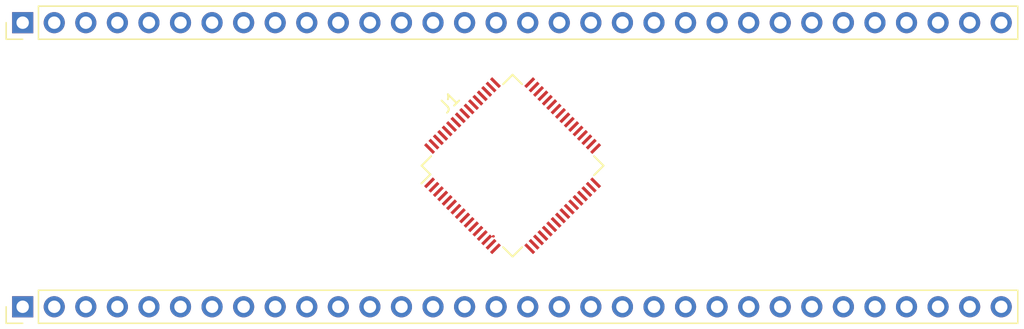
<source format=kicad_pcb>
(kicad_pcb (version 4) (host pcbnew 4.0.7)

  (general
    (links 64)
    (no_connects 64)
    (area 113.795799 76.78318 197.9722 109.144819)
    (thickness 1.6)
    (drawings 0)
    (tracks 5)
    (zones 0)
    (modules 3)
    (nets 65)
  )

  (page A4)
  (layers
    (0 F.Cu signal)
    (31 B.Cu signal)
    (32 B.Adhes user)
    (33 F.Adhes user)
    (34 B.Paste user)
    (35 F.Paste user)
    (36 B.SilkS user)
    (37 F.SilkS user)
    (38 B.Mask user)
    (39 F.Mask user)
    (40 Dwgs.User user)
    (41 Cmts.User user)
    (42 Eco1.User user)
    (43 Eco2.User user)
    (44 Edge.Cuts user)
    (45 Margin user)
    (46 B.CrtYd user)
    (47 F.CrtYd user)
    (48 B.Fab user)
    (49 F.Fab user)
  )

  (setup
    (last_trace_width 0.2032)
    (trace_clearance 0.2032)
    (zone_clearance 0.508)
    (zone_45_only no)
    (trace_min 0.2)
    (segment_width 0.2)
    (edge_width 0.15)
    (via_size 0.635)
    (via_drill 0.4064)
    (via_min_size 0.4)
    (via_min_drill 0.3)
    (uvia_size 0.3)
    (uvia_drill 0.1)
    (uvias_allowed no)
    (uvia_min_size 0.2)
    (uvia_min_drill 0.1)
    (pcb_text_width 0.3)
    (pcb_text_size 1.5 1.5)
    (mod_edge_width 0.15)
    (mod_text_size 1 1)
    (mod_text_width 0.15)
    (pad_size 1.524 1.524)
    (pad_drill 0.762)
    (pad_to_mask_clearance 0.2)
    (aux_axis_origin 0 0)
    (visible_elements 7FFFFFFF)
    (pcbplotparams
      (layerselection 0x00030_80000001)
      (usegerberextensions false)
      (excludeedgelayer true)
      (linewidth 0.100000)
      (plotframeref false)
      (viasonmask false)
      (mode 1)
      (useauxorigin false)
      (hpglpennumber 1)
      (hpglpenspeed 20)
      (hpglpendiameter 15)
      (hpglpenoverlay 2)
      (psnegative false)
      (psa4output false)
      (plotreference true)
      (plotvalue true)
      (plotinvisibletext false)
      (padsonsilk false)
      (subtractmaskfromsilk false)
      (outputformat 1)
      (mirror false)
      (drillshape 1)
      (scaleselection 1)
      (outputdirectory ""))
  )

  (net 0 "")
  (net 1 "Net-(J1-Pad1)")
  (net 2 "Net-(J1-Pad2)")
  (net 3 "Net-(J1-Pad3)")
  (net 4 "Net-(J1-Pad4)")
  (net 5 "Net-(J1-Pad5)")
  (net 6 "Net-(J1-Pad6)")
  (net 7 "Net-(J1-Pad7)")
  (net 8 "Net-(J1-Pad8)")
  (net 9 "Net-(J1-Pad9)")
  (net 10 "Net-(J1-Pad10)")
  (net 11 "Net-(J1-Pad11)")
  (net 12 "Net-(J1-Pad12)")
  (net 13 "Net-(J1-Pad13)")
  (net 14 "Net-(J1-Pad14)")
  (net 15 "Net-(J1-Pad15)")
  (net 16 "Net-(J1-Pad16)")
  (net 17 "Net-(J1-Pad17)")
  (net 18 "Net-(J1-Pad18)")
  (net 19 "Net-(J1-Pad19)")
  (net 20 "Net-(J1-Pad20)")
  (net 21 "Net-(J1-Pad21)")
  (net 22 "Net-(J1-Pad22)")
  (net 23 "Net-(J1-Pad23)")
  (net 24 "Net-(J1-Pad24)")
  (net 25 "Net-(J1-Pad25)")
  (net 26 "Net-(J1-Pad26)")
  (net 27 "Net-(J1-Pad27)")
  (net 28 "Net-(J1-Pad28)")
  (net 29 "Net-(J1-Pad29)")
  (net 30 "Net-(J1-Pad30)")
  (net 31 "Net-(J1-Pad31)")
  (net 32 "Net-(J1-Pad32)")
  (net 33 "Net-(J1-Pad33)")
  (net 34 "Net-(J1-Pad34)")
  (net 35 "Net-(J1-Pad35)")
  (net 36 "Net-(J1-Pad36)")
  (net 37 "Net-(J1-Pad37)")
  (net 38 "Net-(J1-Pad38)")
  (net 39 "Net-(J1-Pad39)")
  (net 40 "Net-(J1-Pad40)")
  (net 41 "Net-(J1-Pad41)")
  (net 42 "Net-(J1-Pad42)")
  (net 43 "Net-(J1-Pad43)")
  (net 44 "Net-(J1-Pad44)")
  (net 45 "Net-(J1-Pad45)")
  (net 46 "Net-(J1-Pad46)")
  (net 47 "Net-(J1-Pad47)")
  (net 48 "Net-(J1-Pad48)")
  (net 49 "Net-(J1-Pad49)")
  (net 50 "Net-(J1-Pad50)")
  (net 51 "Net-(J1-Pad51)")
  (net 52 "Net-(J1-Pad52)")
  (net 53 "Net-(J1-Pad53)")
  (net 54 "Net-(J1-Pad54)")
  (net 55 "Net-(J1-Pad55)")
  (net 56 "Net-(J1-Pad56)")
  (net 57 "Net-(J1-Pad57)")
  (net 58 "Net-(J1-Pad58)")
  (net 59 "Net-(J1-Pad59)")
  (net 60 "Net-(J1-Pad60)")
  (net 61 "Net-(J1-Pad61)")
  (net 62 "Net-(J1-Pad62)")
  (net 63 "Net-(J1-Pad63)")
  (net 64 "Net-(J1-Pad64)")

  (net_class Default "This is the default net class."
    (clearance 0.2032)
    (trace_width 0.2032)
    (via_dia 0.635)
    (via_drill 0.4064)
    (uvia_dia 0.3)
    (uvia_drill 0.1)
    (add_net "Net-(J1-Pad1)")
    (add_net "Net-(J1-Pad10)")
    (add_net "Net-(J1-Pad11)")
    (add_net "Net-(J1-Pad12)")
    (add_net "Net-(J1-Pad13)")
    (add_net "Net-(J1-Pad14)")
    (add_net "Net-(J1-Pad15)")
    (add_net "Net-(J1-Pad16)")
    (add_net "Net-(J1-Pad17)")
    (add_net "Net-(J1-Pad18)")
    (add_net "Net-(J1-Pad19)")
    (add_net "Net-(J1-Pad2)")
    (add_net "Net-(J1-Pad20)")
    (add_net "Net-(J1-Pad21)")
    (add_net "Net-(J1-Pad22)")
    (add_net "Net-(J1-Pad23)")
    (add_net "Net-(J1-Pad24)")
    (add_net "Net-(J1-Pad25)")
    (add_net "Net-(J1-Pad26)")
    (add_net "Net-(J1-Pad27)")
    (add_net "Net-(J1-Pad28)")
    (add_net "Net-(J1-Pad29)")
    (add_net "Net-(J1-Pad3)")
    (add_net "Net-(J1-Pad30)")
    (add_net "Net-(J1-Pad31)")
    (add_net "Net-(J1-Pad32)")
    (add_net "Net-(J1-Pad33)")
    (add_net "Net-(J1-Pad34)")
    (add_net "Net-(J1-Pad35)")
    (add_net "Net-(J1-Pad36)")
    (add_net "Net-(J1-Pad37)")
    (add_net "Net-(J1-Pad38)")
    (add_net "Net-(J1-Pad39)")
    (add_net "Net-(J1-Pad4)")
    (add_net "Net-(J1-Pad40)")
    (add_net "Net-(J1-Pad41)")
    (add_net "Net-(J1-Pad42)")
    (add_net "Net-(J1-Pad43)")
    (add_net "Net-(J1-Pad44)")
    (add_net "Net-(J1-Pad45)")
    (add_net "Net-(J1-Pad46)")
    (add_net "Net-(J1-Pad47)")
    (add_net "Net-(J1-Pad48)")
    (add_net "Net-(J1-Pad49)")
    (add_net "Net-(J1-Pad5)")
    (add_net "Net-(J1-Pad50)")
    (add_net "Net-(J1-Pad51)")
    (add_net "Net-(J1-Pad52)")
    (add_net "Net-(J1-Pad53)")
    (add_net "Net-(J1-Pad54)")
    (add_net "Net-(J1-Pad55)")
    (add_net "Net-(J1-Pad56)")
    (add_net "Net-(J1-Pad57)")
    (add_net "Net-(J1-Pad58)")
    (add_net "Net-(J1-Pad59)")
    (add_net "Net-(J1-Pad6)")
    (add_net "Net-(J1-Pad60)")
    (add_net "Net-(J1-Pad61)")
    (add_net "Net-(J1-Pad62)")
    (add_net "Net-(J1-Pad63)")
    (add_net "Net-(J1-Pad64)")
    (add_net "Net-(J1-Pad7)")
    (add_net "Net-(J1-Pad8)")
    (add_net "Net-(J1-Pad9)")
  )

  (module Housings_QFP:LQFP-64_10x10mm_Pitch0.5mm (layer F.Cu) (tedit 5A8F02EC) (tstamp 5A8F0261)
    (at 155.2448 93.0402 45)
    (descr "64 LEAD LQFP 10x10mm (see MICREL LQFP10x10-64LD-PL-1.pdf)")
    (tags "QFP 0.5")
    (path /5A8F006B)
    (attr smd)
    (fp_text reference J1 (at 0 -7.2 45) (layer F.SilkS)
      (effects (font (size 1 1) (thickness 0.15)))
    )
    (fp_text value Conn_02x32_Counter_Clockwise (at 0 7.2 45) (layer F.Fab) hide
      (effects (font (size 1 1) (thickness 0.15)))
    )
    (fp_text user %R (at 0.170625 -0.314309 45) (layer F.Fab) hide
      (effects (font (size 1 1) (thickness 0.15)))
    )
    (fp_line (start -4 -5) (end 5 -5) (layer F.Fab) (width 0.15))
    (fp_line (start 5 -5) (end 5 5) (layer F.Fab) (width 0.15))
    (fp_line (start 5 5) (end -5 5) (layer F.Fab) (width 0.15))
    (fp_line (start -5 5) (end -5 -4) (layer F.Fab) (width 0.15))
    (fp_line (start -5 -4) (end -4 -5) (layer F.Fab) (width 0.15))
    (fp_line (start -6.45 -6.45) (end -6.45 6.45) (layer F.CrtYd) (width 0.05))
    (fp_line (start 6.45 -6.45) (end 6.45 6.45) (layer F.CrtYd) (width 0.05))
    (fp_line (start -6.45 -6.45) (end 6.45 -6.45) (layer F.CrtYd) (width 0.05))
    (fp_line (start -6.45 6.45) (end 6.45 6.45) (layer F.CrtYd) (width 0.05))
    (fp_line (start -5.175 -5.175) (end -5.175 -4.175) (layer F.SilkS) (width 0.15))
    (fp_line (start 5.175 -5.175) (end 5.175 -4.1) (layer F.SilkS) (width 0.15))
    (fp_line (start 5.175 5.175) (end 5.175 4.1) (layer F.SilkS) (width 0.15))
    (fp_line (start -5.175 5.175) (end -5.175 4.1) (layer F.SilkS) (width 0.15))
    (fp_line (start -5.175 -5.175) (end -4.1 -5.175) (layer F.SilkS) (width 0.15))
    (fp_line (start -5.175 5.175) (end -4.1 5.175) (layer F.SilkS) (width 0.15))
    (fp_line (start 5.175 5.175) (end 4.1 5.175) (layer F.SilkS) (width 0.15))
    (fp_line (start 5.175 -5.175) (end 4.1 -5.175) (layer F.SilkS) (width 0.15))
    (fp_line (start -5.175 -4.175) (end -6.2 -4.175) (layer F.SilkS) (width 0.15))
    (pad 1 smd rect (at -5.7 -3.75 45) (size 1 0.25) (layers F.Cu F.Paste F.Mask)
      (net 1 "Net-(J1-Pad1)"))
    (pad 2 smd rect (at -5.7 -3.25 45) (size 1 0.25) (layers F.Cu F.Paste F.Mask)
      (net 2 "Net-(J1-Pad2)"))
    (pad 3 smd rect (at -5.7 -2.75 45) (size 1 0.25) (layers F.Cu F.Paste F.Mask)
      (net 3 "Net-(J1-Pad3)"))
    (pad 4 smd rect (at -5.7 -2.25 45) (size 1 0.25) (layers F.Cu F.Paste F.Mask)
      (net 4 "Net-(J1-Pad4)"))
    (pad 5 smd rect (at -5.7 -1.75 45) (size 1 0.25) (layers F.Cu F.Paste F.Mask)
      (net 5 "Net-(J1-Pad5)"))
    (pad 6 smd rect (at -5.7 -1.25 45) (size 1 0.25) (layers F.Cu F.Paste F.Mask)
      (net 6 "Net-(J1-Pad6)"))
    (pad 7 smd rect (at -5.7 -0.75 45) (size 1 0.25) (layers F.Cu F.Paste F.Mask)
      (net 7 "Net-(J1-Pad7)"))
    (pad 8 smd rect (at -5.7 -0.25 45) (size 1 0.25) (layers F.Cu F.Paste F.Mask)
      (net 8 "Net-(J1-Pad8)"))
    (pad 9 smd rect (at -5.7 0.25 45) (size 1 0.25) (layers F.Cu F.Paste F.Mask)
      (net 9 "Net-(J1-Pad9)"))
    (pad 10 smd rect (at -5.7 0.75 45) (size 1 0.25) (layers F.Cu F.Paste F.Mask)
      (net 10 "Net-(J1-Pad10)"))
    (pad 11 smd rect (at -5.7 1.25 45) (size 1 0.25) (layers F.Cu F.Paste F.Mask)
      (net 11 "Net-(J1-Pad11)"))
    (pad 12 smd rect (at -5.7 1.75 45) (size 1 0.25) (layers F.Cu F.Paste F.Mask)
      (net 12 "Net-(J1-Pad12)"))
    (pad 13 smd rect (at -5.7 2.25 45) (size 1 0.25) (layers F.Cu F.Paste F.Mask)
      (net 13 "Net-(J1-Pad13)"))
    (pad 14 smd rect (at -5.7 2.75 45) (size 1 0.25) (layers F.Cu F.Paste F.Mask)
      (net 14 "Net-(J1-Pad14)"))
    (pad 15 smd rect (at -5.7 3.25 45) (size 1 0.25) (layers F.Cu F.Paste F.Mask)
      (net 15 "Net-(J1-Pad15)"))
    (pad 16 smd rect (at -5.7 3.75 45) (size 1 0.25) (layers F.Cu F.Paste F.Mask)
      (net 16 "Net-(J1-Pad16)"))
    (pad 17 smd rect (at -3.75 5.7 135) (size 1 0.25) (layers F.Cu F.Paste F.Mask)
      (net 17 "Net-(J1-Pad17)"))
    (pad 18 smd rect (at -3.25 5.7 135) (size 1 0.25) (layers F.Cu F.Paste F.Mask)
      (net 18 "Net-(J1-Pad18)"))
    (pad 19 smd rect (at -2.75 5.7 135) (size 1 0.25) (layers F.Cu F.Paste F.Mask)
      (net 19 "Net-(J1-Pad19)"))
    (pad 20 smd rect (at -2.25 5.7 135) (size 1 0.25) (layers F.Cu F.Paste F.Mask)
      (net 20 "Net-(J1-Pad20)"))
    (pad 21 smd rect (at -1.75 5.7 135) (size 1 0.25) (layers F.Cu F.Paste F.Mask)
      (net 21 "Net-(J1-Pad21)"))
    (pad 22 smd rect (at -1.25 5.7 135) (size 1 0.25) (layers F.Cu F.Paste F.Mask)
      (net 22 "Net-(J1-Pad22)"))
    (pad 23 smd rect (at -0.75 5.7 135) (size 1 0.25) (layers F.Cu F.Paste F.Mask)
      (net 23 "Net-(J1-Pad23)"))
    (pad 24 smd rect (at -0.25 5.7 135) (size 1 0.25) (layers F.Cu F.Paste F.Mask)
      (net 24 "Net-(J1-Pad24)"))
    (pad 25 smd rect (at 0.25 5.7 135) (size 1 0.25) (layers F.Cu F.Paste F.Mask)
      (net 25 "Net-(J1-Pad25)"))
    (pad 26 smd rect (at 0.75 5.7 135) (size 1 0.25) (layers F.Cu F.Paste F.Mask)
      (net 26 "Net-(J1-Pad26)"))
    (pad 27 smd rect (at 1.25 5.7 135) (size 1 0.25) (layers F.Cu F.Paste F.Mask)
      (net 27 "Net-(J1-Pad27)"))
    (pad 28 smd rect (at 1.75 5.7 135) (size 1 0.25) (layers F.Cu F.Paste F.Mask)
      (net 28 "Net-(J1-Pad28)"))
    (pad 29 smd rect (at 2.25 5.7 135) (size 1 0.25) (layers F.Cu F.Paste F.Mask)
      (net 29 "Net-(J1-Pad29)"))
    (pad 30 smd rect (at 2.75 5.7 135) (size 1 0.25) (layers F.Cu F.Paste F.Mask)
      (net 30 "Net-(J1-Pad30)"))
    (pad 31 smd rect (at 3.25 5.7 135) (size 1 0.25) (layers F.Cu F.Paste F.Mask)
      (net 31 "Net-(J1-Pad31)"))
    (pad 32 smd rect (at 3.75 5.7 135) (size 1 0.25) (layers F.Cu F.Paste F.Mask)
      (net 32 "Net-(J1-Pad32)"))
    (pad 33 smd rect (at 5.7 3.75 45) (size 1 0.25) (layers F.Cu F.Paste F.Mask)
      (net 33 "Net-(J1-Pad33)"))
    (pad 34 smd rect (at 5.7 3.25 45) (size 1 0.25) (layers F.Cu F.Paste F.Mask)
      (net 34 "Net-(J1-Pad34)"))
    (pad 35 smd rect (at 5.7 2.75 45) (size 1 0.25) (layers F.Cu F.Paste F.Mask)
      (net 35 "Net-(J1-Pad35)"))
    (pad 36 smd rect (at 5.7 2.25 45) (size 1 0.25) (layers F.Cu F.Paste F.Mask)
      (net 36 "Net-(J1-Pad36)"))
    (pad 37 smd rect (at 5.7 1.75 45) (size 1 0.25) (layers F.Cu F.Paste F.Mask)
      (net 37 "Net-(J1-Pad37)"))
    (pad 38 smd rect (at 5.7 1.25 45) (size 1 0.25) (layers F.Cu F.Paste F.Mask)
      (net 38 "Net-(J1-Pad38)"))
    (pad 39 smd rect (at 5.7 0.75 45) (size 1 0.25) (layers F.Cu F.Paste F.Mask)
      (net 39 "Net-(J1-Pad39)"))
    (pad 40 smd rect (at 5.7 0.25 45) (size 1 0.25) (layers F.Cu F.Paste F.Mask)
      (net 40 "Net-(J1-Pad40)"))
    (pad 41 smd rect (at 5.7 -0.25 45) (size 1 0.25) (layers F.Cu F.Paste F.Mask)
      (net 41 "Net-(J1-Pad41)"))
    (pad 42 smd rect (at 5.7 -0.75 45) (size 1 0.25) (layers F.Cu F.Paste F.Mask)
      (net 42 "Net-(J1-Pad42)"))
    (pad 43 smd rect (at 5.7 -1.25 45) (size 1 0.25) (layers F.Cu F.Paste F.Mask)
      (net 43 "Net-(J1-Pad43)"))
    (pad 44 smd rect (at 5.7 -1.75 45) (size 1 0.25) (layers F.Cu F.Paste F.Mask)
      (net 44 "Net-(J1-Pad44)"))
    (pad 45 smd rect (at 5.7 -2.25 45) (size 1 0.25) (layers F.Cu F.Paste F.Mask)
      (net 45 "Net-(J1-Pad45)"))
    (pad 46 smd rect (at 5.7 -2.75 45) (size 1 0.25) (layers F.Cu F.Paste F.Mask)
      (net 46 "Net-(J1-Pad46)"))
    (pad 47 smd rect (at 5.7 -3.25 45) (size 1 0.25) (layers F.Cu F.Paste F.Mask)
      (net 47 "Net-(J1-Pad47)"))
    (pad 48 smd rect (at 5.7 -3.75 45) (size 1 0.25) (layers F.Cu F.Paste F.Mask)
      (net 48 "Net-(J1-Pad48)"))
    (pad 49 smd rect (at 3.75 -5.7 135) (size 1 0.25) (layers F.Cu F.Paste F.Mask)
      (net 49 "Net-(J1-Pad49)"))
    (pad 50 smd rect (at 3.25 -5.7 135) (size 1 0.25) (layers F.Cu F.Paste F.Mask)
      (net 50 "Net-(J1-Pad50)"))
    (pad 51 smd rect (at 2.75 -5.7 135) (size 1 0.25) (layers F.Cu F.Paste F.Mask)
      (net 51 "Net-(J1-Pad51)"))
    (pad 52 smd rect (at 2.25 -5.7 135) (size 1 0.25) (layers F.Cu F.Paste F.Mask)
      (net 52 "Net-(J1-Pad52)"))
    (pad 53 smd rect (at 1.75 -5.7 135) (size 1 0.25) (layers F.Cu F.Paste F.Mask)
      (net 53 "Net-(J1-Pad53)"))
    (pad 54 smd rect (at 1.25 -5.7 135) (size 1 0.25) (layers F.Cu F.Paste F.Mask)
      (net 54 "Net-(J1-Pad54)"))
    (pad 55 smd rect (at 0.75 -5.7 135) (size 1 0.25) (layers F.Cu F.Paste F.Mask)
      (net 55 "Net-(J1-Pad55)"))
    (pad 56 smd rect (at 0.25 -5.7 135) (size 1 0.25) (layers F.Cu F.Paste F.Mask)
      (net 56 "Net-(J1-Pad56)"))
    (pad 57 smd rect (at -0.25 -5.7 135) (size 1 0.25) (layers F.Cu F.Paste F.Mask)
      (net 57 "Net-(J1-Pad57)"))
    (pad 58 smd rect (at -0.75 -5.7 135) (size 1 0.25) (layers F.Cu F.Paste F.Mask)
      (net 58 "Net-(J1-Pad58)"))
    (pad 59 smd rect (at -1.25 -5.7 135) (size 1 0.25) (layers F.Cu F.Paste F.Mask)
      (net 59 "Net-(J1-Pad59)"))
    (pad 60 smd rect (at -1.75 -5.7 135) (size 1 0.25) (layers F.Cu F.Paste F.Mask)
      (net 60 "Net-(J1-Pad60)"))
    (pad 61 smd rect (at -2.25 -5.7 135) (size 1 0.25) (layers F.Cu F.Paste F.Mask)
      (net 61 "Net-(J1-Pad61)"))
    (pad 62 smd rect (at -2.75 -5.7 135) (size 1 0.25) (layers F.Cu F.Paste F.Mask)
      (net 62 "Net-(J1-Pad62)"))
    (pad 63 smd rect (at -3.25 -5.7 135) (size 1 0.25) (layers F.Cu F.Paste F.Mask)
      (net 63 "Net-(J1-Pad63)"))
    (pad 64 smd rect (at -3.75 -5.7 135) (size 1 0.25) (layers F.Cu F.Paste F.Mask)
      (net 64 "Net-(J1-Pad64)"))
    (model ${KISYS3DMOD}/Housings_QFP.3dshapes/LQFP-64_10x10mm_Pitch0.5mm.wrl
      (at (xyz 0 0 0))
      (scale (xyz 1 1 1))
      (rotate (xyz 0 0 0))
    )
  )

  (module Pin_Headers:Pin_Header_Straight_1x32_Pitch2.54mm (layer F.Cu) (tedit 5A8F1C5D) (tstamp 5A8F0285)
    (at 115.824 104.394 90)
    (descr "Through hole straight pin header, 1x32, 2.54mm pitch, single row")
    (tags "Through hole pin header THT 1x32 2.54mm single row")
    (path /5A8F032F)
    (fp_text reference J2 (at 3.429 -0.1016 90) (layer F.SilkS) hide
      (effects (font (size 1 1) (thickness 0.15)))
    )
    (fp_text value Conn_01x32 (at 0 81.07 90) (layer F.Fab) hide
      (effects (font (size 1 1) (thickness 0.15)))
    )
    (fp_line (start -0.635 -1.27) (end 1.27 -1.27) (layer F.Fab) (width 0.1))
    (fp_line (start 1.27 -1.27) (end 1.27 80.01) (layer F.Fab) (width 0.1))
    (fp_line (start 1.27 80.01) (end -1.27 80.01) (layer F.Fab) (width 0.1))
    (fp_line (start -1.27 80.01) (end -1.27 -0.635) (layer F.Fab) (width 0.1))
    (fp_line (start -1.27 -0.635) (end -0.635 -1.27) (layer F.Fab) (width 0.1))
    (fp_line (start -1.33 80.07) (end 1.33 80.07) (layer F.SilkS) (width 0.12))
    (fp_line (start -1.33 1.27) (end -1.33 80.07) (layer F.SilkS) (width 0.12))
    (fp_line (start 1.33 1.27) (end 1.33 80.07) (layer F.SilkS) (width 0.12))
    (fp_line (start -1.33 1.27) (end 1.33 1.27) (layer F.SilkS) (width 0.12))
    (fp_line (start -1.33 0) (end -1.33 -1.33) (layer F.SilkS) (width 0.12))
    (fp_line (start -1.33 -1.33) (end 0 -1.33) (layer F.SilkS) (width 0.12))
    (fp_line (start -1.8 -1.8) (end -1.8 80.55) (layer F.CrtYd) (width 0.05))
    (fp_line (start -1.8 80.55) (end 1.8 80.55) (layer F.CrtYd) (width 0.05))
    (fp_line (start 1.8 80.55) (end 1.8 -1.8) (layer F.CrtYd) (width 0.05))
    (fp_line (start 1.8 -1.8) (end -1.8 -1.8) (layer F.CrtYd) (width 0.05))
    (fp_text user %R (at -2.5654 39.624 180) (layer F.Fab) hide
      (effects (font (size 1 1) (thickness 0.15)))
    )
    (pad 1 thru_hole rect (at 0 0 90) (size 1.7 1.7) (drill 1) (layers *.Cu *.Mask)
      (net 1 "Net-(J1-Pad1)"))
    (pad 2 thru_hole oval (at 0 2.54 90) (size 1.7 1.7) (drill 1) (layers *.Cu *.Mask)
      (net 2 "Net-(J1-Pad2)"))
    (pad 3 thru_hole oval (at 0 5.08 90) (size 1.7 1.7) (drill 1) (layers *.Cu *.Mask)
      (net 3 "Net-(J1-Pad3)"))
    (pad 4 thru_hole oval (at 0 7.62 90) (size 1.7 1.7) (drill 1) (layers *.Cu *.Mask)
      (net 4 "Net-(J1-Pad4)"))
    (pad 5 thru_hole oval (at 0 10.16 90) (size 1.7 1.7) (drill 1) (layers *.Cu *.Mask)
      (net 5 "Net-(J1-Pad5)"))
    (pad 6 thru_hole oval (at 0 12.7 90) (size 1.7 1.7) (drill 1) (layers *.Cu *.Mask)
      (net 6 "Net-(J1-Pad6)"))
    (pad 7 thru_hole oval (at 0 15.24 90) (size 1.7 1.7) (drill 1) (layers *.Cu *.Mask)
      (net 7 "Net-(J1-Pad7)"))
    (pad 8 thru_hole oval (at 0 17.78 90) (size 1.7 1.7) (drill 1) (layers *.Cu *.Mask)
      (net 8 "Net-(J1-Pad8)"))
    (pad 9 thru_hole oval (at 0 20.32 90) (size 1.7 1.7) (drill 1) (layers *.Cu *.Mask)
      (net 9 "Net-(J1-Pad9)"))
    (pad 10 thru_hole oval (at 0 22.86 90) (size 1.7 1.7) (drill 1) (layers *.Cu *.Mask)
      (net 10 "Net-(J1-Pad10)"))
    (pad 11 thru_hole oval (at 0 25.4 90) (size 1.7 1.7) (drill 1) (layers *.Cu *.Mask)
      (net 11 "Net-(J1-Pad11)"))
    (pad 12 thru_hole oval (at 0 27.94 90) (size 1.7 1.7) (drill 1) (layers *.Cu *.Mask)
      (net 12 "Net-(J1-Pad12)"))
    (pad 13 thru_hole oval (at 0 30.48 90) (size 1.7 1.7) (drill 1) (layers *.Cu *.Mask)
      (net 13 "Net-(J1-Pad13)"))
    (pad 14 thru_hole oval (at 0 33.02 90) (size 1.7 1.7) (drill 1) (layers *.Cu *.Mask)
      (net 14 "Net-(J1-Pad14)"))
    (pad 15 thru_hole oval (at 0 35.56 90) (size 1.7 1.7) (drill 1) (layers *.Cu *.Mask)
      (net 15 "Net-(J1-Pad15)"))
    (pad 16 thru_hole oval (at 0 38.1 90) (size 1.7 1.7) (drill 1) (layers *.Cu *.Mask)
      (net 16 "Net-(J1-Pad16)"))
    (pad 17 thru_hole oval (at 0 40.64 90) (size 1.7 1.7) (drill 1) (layers *.Cu *.Mask)
      (net 17 "Net-(J1-Pad17)"))
    (pad 18 thru_hole oval (at 0 43.18 90) (size 1.7 1.7) (drill 1) (layers *.Cu *.Mask)
      (net 18 "Net-(J1-Pad18)"))
    (pad 19 thru_hole oval (at 0 45.72 90) (size 1.7 1.7) (drill 1) (layers *.Cu *.Mask)
      (net 19 "Net-(J1-Pad19)"))
    (pad 20 thru_hole oval (at 0 48.26 90) (size 1.7 1.7) (drill 1) (layers *.Cu *.Mask)
      (net 20 "Net-(J1-Pad20)"))
    (pad 21 thru_hole oval (at 0 50.8 90) (size 1.7 1.7) (drill 1) (layers *.Cu *.Mask)
      (net 21 "Net-(J1-Pad21)"))
    (pad 22 thru_hole oval (at 0 53.34 90) (size 1.7 1.7) (drill 1) (layers *.Cu *.Mask)
      (net 22 "Net-(J1-Pad22)"))
    (pad 23 thru_hole oval (at 0 55.88 90) (size 1.7 1.7) (drill 1) (layers *.Cu *.Mask)
      (net 23 "Net-(J1-Pad23)"))
    (pad 24 thru_hole oval (at 0 58.42 90) (size 1.7 1.7) (drill 1) (layers *.Cu *.Mask)
      (net 24 "Net-(J1-Pad24)"))
    (pad 25 thru_hole oval (at 0 60.96 90) (size 1.7 1.7) (drill 1) (layers *.Cu *.Mask)
      (net 25 "Net-(J1-Pad25)"))
    (pad 26 thru_hole oval (at 0 63.5 90) (size 1.7 1.7) (drill 1) (layers *.Cu *.Mask)
      (net 26 "Net-(J1-Pad26)"))
    (pad 27 thru_hole oval (at 0 66.04 90) (size 1.7 1.7) (drill 1) (layers *.Cu *.Mask)
      (net 27 "Net-(J1-Pad27)"))
    (pad 28 thru_hole oval (at 0 68.58 90) (size 1.7 1.7) (drill 1) (layers *.Cu *.Mask)
      (net 28 "Net-(J1-Pad28)"))
    (pad 29 thru_hole oval (at 0 71.12 90) (size 1.7 1.7) (drill 1) (layers *.Cu *.Mask)
      (net 29 "Net-(J1-Pad29)"))
    (pad 30 thru_hole oval (at 0 73.66 90) (size 1.7 1.7) (drill 1) (layers *.Cu *.Mask)
      (net 30 "Net-(J1-Pad30)"))
    (pad 31 thru_hole oval (at 0 76.2 90) (size 1.7 1.7) (drill 1) (layers *.Cu *.Mask)
      (net 31 "Net-(J1-Pad31)"))
    (pad 32 thru_hole oval (at 0 78.74 90) (size 1.7 1.7) (drill 1) (layers *.Cu *.Mask)
      (net 32 "Net-(J1-Pad32)"))
    (model ${KISYS3DMOD}/Pin_Headers.3dshapes/Pin_Header_Straight_1x32_Pitch2.54mm.wrl
      (at (xyz 0 0 0))
      (scale (xyz 1 1 1))
      (rotate (xyz 0 0 0))
    )
  )

  (module Pin_Headers:Pin_Header_Straight_1x32_Pitch2.54mm (layer F.Cu) (tedit 5A8F1C64) (tstamp 5A8F02A9)
    (at 115.824 81.534 90)
    (descr "Through hole straight pin header, 1x32, 2.54mm pitch, single row")
    (tags "Through hole pin header THT 1x32 2.54mm single row")
    (path /5A8F02EE)
    (fp_text reference J3 (at -3.0988 0.1524 90) (layer F.SilkS) hide
      (effects (font (size 1 1) (thickness 0.15)))
    )
    (fp_text value Conn_01x32 (at 0 81.07 90) (layer F.Fab) hide
      (effects (font (size 1 1) (thickness 0.15)))
    )
    (fp_line (start -0.635 -1.27) (end 1.27 -1.27) (layer F.Fab) (width 0.1))
    (fp_line (start 1.27 -1.27) (end 1.27 80.01) (layer F.Fab) (width 0.1))
    (fp_line (start 1.27 80.01) (end -1.27 80.01) (layer F.Fab) (width 0.1))
    (fp_line (start -1.27 80.01) (end -1.27 -0.635) (layer F.Fab) (width 0.1))
    (fp_line (start -1.27 -0.635) (end -0.635 -1.27) (layer F.Fab) (width 0.1))
    (fp_line (start -1.33 80.07) (end 1.33 80.07) (layer F.SilkS) (width 0.12))
    (fp_line (start -1.33 1.27) (end -1.33 80.07) (layer F.SilkS) (width 0.12))
    (fp_line (start 1.33 1.27) (end 1.33 80.07) (layer F.SilkS) (width 0.12))
    (fp_line (start -1.33 1.27) (end 1.33 1.27) (layer F.SilkS) (width 0.12))
    (fp_line (start -1.33 0) (end -1.33 -1.33) (layer F.SilkS) (width 0.12))
    (fp_line (start -1.33 -1.33) (end 0 -1.33) (layer F.SilkS) (width 0.12))
    (fp_line (start -1.8 -1.8) (end -1.8 80.55) (layer F.CrtYd) (width 0.05))
    (fp_line (start -1.8 80.55) (end 1.8 80.55) (layer F.CrtYd) (width 0.05))
    (fp_line (start 1.8 80.55) (end 1.8 -1.8) (layer F.CrtYd) (width 0.05))
    (fp_line (start 1.8 -1.8) (end -1.8 -1.8) (layer F.CrtYd) (width 0.05))
    (fp_text user %R (at 2.9718 39.2938 180) (layer F.Fab) hide
      (effects (font (size 1 1) (thickness 0.15)))
    )
    (pad 1 thru_hole rect (at 0 0 90) (size 1.7 1.7) (drill 1) (layers *.Cu *.Mask)
      (net 64 "Net-(J1-Pad64)"))
    (pad 2 thru_hole oval (at 0 2.54 90) (size 1.7 1.7) (drill 1) (layers *.Cu *.Mask)
      (net 63 "Net-(J1-Pad63)"))
    (pad 3 thru_hole oval (at 0 5.08 90) (size 1.7 1.7) (drill 1) (layers *.Cu *.Mask)
      (net 62 "Net-(J1-Pad62)"))
    (pad 4 thru_hole oval (at 0 7.62 90) (size 1.7 1.7) (drill 1) (layers *.Cu *.Mask)
      (net 61 "Net-(J1-Pad61)"))
    (pad 5 thru_hole oval (at 0 10.16 90) (size 1.7 1.7) (drill 1) (layers *.Cu *.Mask)
      (net 60 "Net-(J1-Pad60)"))
    (pad 6 thru_hole oval (at 0 12.7 90) (size 1.7 1.7) (drill 1) (layers *.Cu *.Mask)
      (net 59 "Net-(J1-Pad59)"))
    (pad 7 thru_hole oval (at 0 15.24 90) (size 1.7 1.7) (drill 1) (layers *.Cu *.Mask)
      (net 58 "Net-(J1-Pad58)"))
    (pad 8 thru_hole oval (at 0 17.78 90) (size 1.7 1.7) (drill 1) (layers *.Cu *.Mask)
      (net 57 "Net-(J1-Pad57)"))
    (pad 9 thru_hole oval (at 0 20.32 90) (size 1.7 1.7) (drill 1) (layers *.Cu *.Mask)
      (net 56 "Net-(J1-Pad56)"))
    (pad 10 thru_hole oval (at 0 22.86 90) (size 1.7 1.7) (drill 1) (layers *.Cu *.Mask)
      (net 55 "Net-(J1-Pad55)"))
    (pad 11 thru_hole oval (at 0 25.4 90) (size 1.7 1.7) (drill 1) (layers *.Cu *.Mask)
      (net 54 "Net-(J1-Pad54)"))
    (pad 12 thru_hole oval (at 0 27.94 90) (size 1.7 1.7) (drill 1) (layers *.Cu *.Mask)
      (net 53 "Net-(J1-Pad53)"))
    (pad 13 thru_hole oval (at 0 30.48 90) (size 1.7 1.7) (drill 1) (layers *.Cu *.Mask)
      (net 52 "Net-(J1-Pad52)"))
    (pad 14 thru_hole oval (at 0 33.02 90) (size 1.7 1.7) (drill 1) (layers *.Cu *.Mask)
      (net 51 "Net-(J1-Pad51)"))
    (pad 15 thru_hole oval (at 0 35.56 90) (size 1.7 1.7) (drill 1) (layers *.Cu *.Mask)
      (net 50 "Net-(J1-Pad50)"))
    (pad 16 thru_hole oval (at 0 38.1 90) (size 1.7 1.7) (drill 1) (layers *.Cu *.Mask)
      (net 49 "Net-(J1-Pad49)"))
    (pad 17 thru_hole oval (at 0 40.64 90) (size 1.7 1.7) (drill 1) (layers *.Cu *.Mask)
      (net 48 "Net-(J1-Pad48)"))
    (pad 18 thru_hole oval (at 0 43.18 90) (size 1.7 1.7) (drill 1) (layers *.Cu *.Mask)
      (net 47 "Net-(J1-Pad47)"))
    (pad 19 thru_hole oval (at 0 45.72 90) (size 1.7 1.7) (drill 1) (layers *.Cu *.Mask)
      (net 46 "Net-(J1-Pad46)"))
    (pad 20 thru_hole oval (at 0 48.26 90) (size 1.7 1.7) (drill 1) (layers *.Cu *.Mask)
      (net 45 "Net-(J1-Pad45)"))
    (pad 21 thru_hole oval (at 0 50.8 90) (size 1.7 1.7) (drill 1) (layers *.Cu *.Mask)
      (net 44 "Net-(J1-Pad44)"))
    (pad 22 thru_hole oval (at 0 53.34 90) (size 1.7 1.7) (drill 1) (layers *.Cu *.Mask)
      (net 43 "Net-(J1-Pad43)"))
    (pad 23 thru_hole oval (at 0 55.88 90) (size 1.7 1.7) (drill 1) (layers *.Cu *.Mask)
      (net 42 "Net-(J1-Pad42)"))
    (pad 24 thru_hole oval (at 0 58.42 90) (size 1.7 1.7) (drill 1) (layers *.Cu *.Mask)
      (net 41 "Net-(J1-Pad41)"))
    (pad 25 thru_hole oval (at 0 60.96 90) (size 1.7 1.7) (drill 1) (layers *.Cu *.Mask)
      (net 40 "Net-(J1-Pad40)"))
    (pad 26 thru_hole oval (at 0 63.5 90) (size 1.7 1.7) (drill 1) (layers *.Cu *.Mask)
      (net 39 "Net-(J1-Pad39)"))
    (pad 27 thru_hole oval (at 0 66.04 90) (size 1.7 1.7) (drill 1) (layers *.Cu *.Mask)
      (net 38 "Net-(J1-Pad38)"))
    (pad 28 thru_hole oval (at 0 68.58 90) (size 1.7 1.7) (drill 1) (layers *.Cu *.Mask)
      (net 37 "Net-(J1-Pad37)"))
    (pad 29 thru_hole oval (at 0 71.12 90) (size 1.7 1.7) (drill 1) (layers *.Cu *.Mask)
      (net 36 "Net-(J1-Pad36)"))
    (pad 30 thru_hole oval (at 0 73.66 90) (size 1.7 1.7) (drill 1) (layers *.Cu *.Mask)
      (net 35 "Net-(J1-Pad35)"))
    (pad 31 thru_hole oval (at 0 76.2 90) (size 1.7 1.7) (drill 1) (layers *.Cu *.Mask)
      (net 34 "Net-(J1-Pad34)"))
    (pad 32 thru_hole oval (at 0 78.74 90) (size 1.7 1.7) (drill 1) (layers *.Cu *.Mask)
      (net 33 "Net-(J1-Pad33)"))
    (model ${KISYS3DMOD}/Pin_Headers.3dshapes/Pin_Header_Straight_1x32_Pitch2.54mm.wrl
      (at (xyz 0 0 0))
      (scale (xyz 1 1 1))
      (rotate (xyz 0 0 0))
    )
  )

  (segment (start 153.711959 98.725728) (end 153.687875 98.725728) (width 0.2032) (layer F.Cu) (net 0))
  (segment (start 146.302417 104.01395) (end 146.302417 104.489569) (width 0.2032) (layer F.Cu) (net 13))
  (segment (start 151.394676 104.47731) (end 151.382417 104.489569) (width 0.2032) (layer F.Cu) (net 15))
  (segment (start 153.922417 104.426235) (end 153.922417 104.489569) (width 0.2032) (layer F.Cu) (net 16))
  (segment (start 164.082417 104.21715) (end 164.082417 104.489569) (width 0.2032) (layer F.Cu) (net 20))

)

</source>
